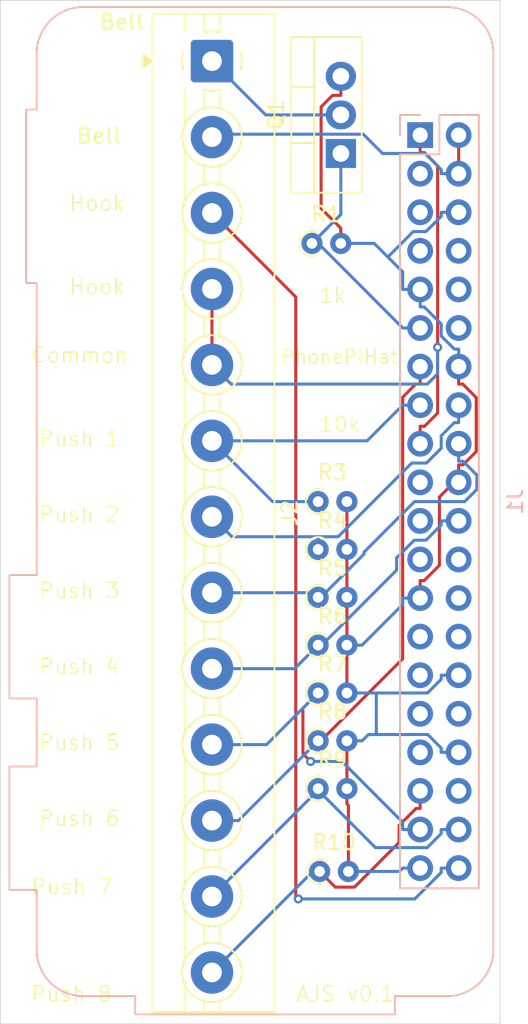
<source format=kicad_pcb>
(kicad_pcb (version 20240108) (generator "pcbnew") (generator_version "8.0")
  (layers (0 "F.Cu" signal) (31 "B.Cu" signal) (34 "B.Paste" user) (35 "F.Paste" user) (36 "B.SilkS" user "B.Silkscreen") (37 "F.SilkS" user "F.Silkscreen") (38 "B.Mask" user) (39 "F.Mask" user) (44 "Edge.Cuts" user))
  (net 0 "")
  (net 1 "Net-(J2-Pin_4)")
  (net 2 "Net-(J2-Pin_1)")
  (net 3 "Net-(J1-GPIO17{slash}SPI1_~{CE1})")
  (net 5 "Net-(J2-Pin_2)")
  (net 7 "Net-(J1-GPIO26{slash}SDIO_DAT2)")
  (net 9 "Net-(J1-GPIO25{slash}SDIO_DAT1)")
  (net 17 "Net-(J1-GPIO19{slash}SPI1_MISO{slash}PCM_FS)")
  (net 18 "Net-(J1-GPIO21{slash}SPI1_SCLK{slash}PCM_DOUT)")
  (net 21 "Net-(J1-GPIO22{slash}SDIO_CLK)")
  (net 23 "Net-(J1-GPIO24{slash}SDIO_DAT0)")
  (net 26 "Net-(J1-GPIO20{slash}SPI1_MOSI{slash}PCM_DIN{slash}PWM1)")
  (net 29 "Net-(J1-GPIO27{slash}SDIO_DAT3)")
  (net 30 "Net-(J1-GPIO23{slash}SDIO_CMD)")
  (net 32 "Net-(Q1-S)")
  (footprint "Resistor_THT:R_Axial_DIN0204_L3.6mm_D1.6mm_P1.90mm_Vertical" (layer "F.Cu") (at 38.095 56)
    (property "Reference" "R1" (at 0.95 -1.92 0) (layer "F.SilkS"))
    (property "Value" "R1k")
    (fp_arc (start 0.320095 0.749359) (mid -0.813042 -0.054435) (end 0.417133 -0.7) (stroke (width 0.12)) (layer "F.SilkS"))
    (pad "1" thru_hole circle (at 0 0) (size 1.4 1.4) (drill 0.7) (layers "*.Cu" "*.Mask") (net 3 "Net-(J1-GPIO17{slash}SPI1_~{CE1})"))
    (pad "2" thru_hole oval (at 1.9 0) (size 1.4 1.4) (drill 0.7) (layers "*.Cu" "*.Mask") (net 32 "Net-(Q1-S)"))
  )
  (footprint "Resistor_THT:R_Axial_DIN0204_L3.6mm_D1.6mm_P1.90mm_Vertical" (layer "F.Cu") (at 38.6 97.35)
    (property "Reference" "R10" (at 0.95 -1.92 0) (layer "F.SilkS"))
    (property "Value" "R10k")
    (fp_arc (start 0.320095 0.749359) (mid -0.813042 -0.054435) (end 0.417133 -0.7) (stroke (width 0.12)) (layer "F.SilkS"))
    (pad "1" thru_hole circle (at 0 0) (size 1.4 1.4) (drill 0.7) (layers "*.Cu" "*.Mask") (net 17 "Net-(J1-GPIO19{slash}SPI1_MISO{slash}PCM_FS)"))
    (pad "2" thru_hole oval (at 1.9 0) (size 1.4 1.4) (drill 0.7) (layers "*.Cu" "*.Mask") (net 32 "Net-(Q1-S)"))
  )
  (footprint "Package_TO_SOT_THT:TO-220-3_Vertical" (layer "F.Cu") (at 40 50.08 90)
    (property "Reference" "Q1" (at 2.54 -4.27 90) (layer "F.SilkS"))
    (property "Value" "IRF540N")
    (fp_line (start 7.66 -3.27) (end 7.66 1.371) (stroke (width 0.12)) (layer "F.SilkS"))
    (fp_line (start 4.391 -3.27) (end 4.391 -1.76) (stroke (width 0.12)) (layer "F.SilkS"))
    (fp_line (start 0.69 -3.27) (end 0.69 -1.76) (stroke (width 0.12)) (layer "F.SilkS"))
    (fp_line (start -2.58 -3.27) (end 7.66 -3.27) (stroke (width 0.12)) (layer "F.SilkS"))
    (fp_line (start -2.58 -3.27) (end -2.58 1.371) (stroke (width 0.12)) (layer "F.SilkS"))
    (fp_line (start -2.58 -1.76) (end 7.66 -1.76) (stroke (width 0.12)) (layer "F.SilkS"))
    (fp_line (start -2.58 1.371) (end 7.66 1.371) (stroke (width 0.12)) (layer "F.SilkS"))
    (pad "1" thru_hole rect (at 0 0 90) (size 1.905 2) (drill 1.1) (layers "*.Cu" "*.Mask") (net 3 "Net-(J1-GPIO17{slash}SPI1_~{CE1})"))
    (pad "2" thru_hole oval (at 2.54 0 90) (size 1.905 2) (drill 1.1) (layers "*.Cu" "*.Mask") (net 2 "Net-(J2-Pin_1)"))
    (pad "3" thru_hole oval (at 5.08 0 90) (size 1.905 2) (drill 1.1) (layers "*.Cu" "*.Mask") (net 32 "Net-(Q1-S)"))
  )
  (footprint "Resistor_THT:R_Axial_DIN0204_L3.6mm_D1.6mm_P1.90mm_Vertical" (layer "F.Cu") (at 38.5 73)
    (property "Reference" "R3" (at 0.95 -1.92 0) (layer "F.SilkS"))
    (property "Value" "R10k")
    (fp_arc (start 0.320095 0.749359) (mid -0.813042 -0.054435) (end 0.417133 -0.7) (stroke (width 0.12)) (layer "F.SilkS"))
    (pad "1" thru_hole circle (at 0 0) (size 1.4 1.4) (drill 0.7) (layers "*.Cu" "*.Mask") (net 21 "Net-(J1-GPIO22{slash}SDIO_CLK)"))
    (pad "2" thru_hole oval (at 1.9 0) (size 1.4 1.4) (drill 0.7) (layers "*.Cu" "*.Mask") (net 32 "Net-(Q1-S)"))
  )
  (footprint "Resistor_THT:R_Axial_DIN0204_L3.6mm_D1.6mm_P1.90mm_Vertical" (layer "F.Cu") (at 38.5 76.15)
    (property "Reference" "R4" (at 0.95 -1.92 0) (layer "F.SilkS"))
    (property "Value" "R10k")
    (fp_arc (start 0.320095 0.749359) (mid -0.813042 -0.054435) (end 0.417133 -0.7) (stroke (width 0.12)) (layer "F.SilkS"))
    (pad "1" thru_hole circle (at 0 0) (size 1.4 1.4) (drill 0.7) (layers "*.Cu" "*.Mask") (net 30 "Net-(J1-GPIO23{slash}SDIO_CMD)"))
    (pad "2" thru_hole oval (at 1.9 0) (size 1.4 1.4) (drill 0.7) (layers "*.Cu" "*.Mask") (net 32 "Net-(Q1-S)"))
  )
  (footprint "Resistor_THT:R_Axial_DIN0204_L3.6mm_D1.6mm_P1.90mm_Vertical" (layer "F.Cu") (at 38.5 82.45)
    (property "Reference" "R6" (at 0.95 -1.92 0) (layer "F.SilkS"))
    (property "Value" "R10k")
    (fp_arc (start 0.320095 0.749359) (mid -0.813042 -0.054435) (end 0.417133 -0.7) (stroke (width 0.12)) (layer "F.SilkS"))
    (pad "1" thru_hole circle (at 0 0) (size 1.4 1.4) (drill 0.7) (layers "*.Cu" "*.Mask") (net 9 "Net-(J1-GPIO25{slash}SDIO_DAT1)"))
    (pad "2" thru_hole oval (at 1.9 0) (size 1.4 1.4) (drill 0.7) (layers "*.Cu" "*.Mask") (net 32 "Net-(Q1-S)"))
  )
  (footprint "TerminalBlock:TerminalBlock_MaiXu_MX126-5.0-13P_1x13_P5.00mm" (layer "F.Cu") (at 31.5 44 -90)
    (property "Reference" "J2" (at 29.75 -5.12 90) (layer "F.SilkS"))
    (property "Value" "Screw_Terminal_01x13")
    (fp_line (start -3.12 3.92) (end -0.3 3.92) (stroke (width 0.12)) (layer "F.SilkS"))
    (fp_line (start 0.3 3.92) (end 62.62 3.92) (stroke (width 0.12)) (layer "F.SilkS"))
    (fp_line (start -3.12 1.8) (end -1.88 1.8) (stroke (width 0.12)) (layer "F.SilkS"))
    (fp_line (start 1.88 1.8) (end 4.457 1.8) (stroke (width 0.12)) (layer "F.SilkS"))
    (fp_line (start 5.543 1.8) (end 9.457 1.8) (stroke (width 0.12)) (layer "F.SilkS"))
    (fp_line (start 10.543 1.8) (end 14.457 1.8) (stroke (width 0.12)) (layer "F.SilkS"))
    (fp_line (start 15.543 1.8) (end 19.457 1.8) (stroke (width 0.12)) (layer "F.SilkS"))
    (fp_line (start 20.543 1.8) (end 24.457 1.8) (stroke (width 0.12)) (layer "F.SilkS"))
    (fp_line (start 25.543 1.8) (end 29.457 1.8) (stroke (width 0.12)) (layer "F.SilkS"))
    (fp_line (start 30.543 1.8) (end 34.457 1.8) (stroke (width 0.12)) (layer "F.SilkS"))
    (fp_line (start 35.543 1.8) (end 39.457 1.8) (stroke (width 0.12)) (layer "F.SilkS"))
    (fp_line (start 40.543 1.8) (end 44.457 1.8) (stroke (width 0.12)) (layer "F.SilkS"))
    (fp_line (start 45.543 1.8) (end 49.457 1.8) (stroke (width 0.12)) (layer "F.SilkS"))
    (fp_line (start 50.543 1.8) (end 54.457 1.8) (stroke (width 0.12)) (layer "F.SilkS"))
    (fp_line (start 55.543 1.8) (end 59.457 1.8) (stroke (width 0.12)) (layer "F.SilkS"))
    (fp_line (start 60.543 1.8) (end 62.62 1.8) (stroke (width 0.12)) (layer "F.SilkS"))
    (fp_line (start 3.795 1.443) (end 3.752 1.486) (stroke (width 0.12)) (layer "F.SilkS"))
    (fp_line (start 8.795 1.443) (end 8.752 1.486) (stroke (width 0.12)) (layer "F.SilkS"))
    (fp_line (start 13.795 1.443) (end 13.752 1.486) (stroke (width 0.12)) (layer "F.SilkS"))
    (fp_line (start 18.795 1.443) (end 18.752 1.486) (stroke (width 0.12)) (layer "F.SilkS"))
    (fp_line (start 23.795 1.443) (end 23.752 1.486) (stroke (width 0.12)) (layer "F.SilkS"))
    (fp_line (start 28.795 1.443) (end 28.752 1.486) (stroke (width 0.12)) (layer "F.SilkS"))
    (fp_line (start 33.795 1.443) (end 33.752 1.486) (stroke (width 0.12)) (layer "F.SilkS"))
    (fp_line (start 38.795 1.443) (end 38.752 1.486) (stroke (width 0.12)) (layer "F.SilkS"))
    (fp_line (start 43.795 1.443) (end 43.752 1.486) (stroke (width 0.12)) (layer "F.SilkS"))
    (fp_line (start 48.795 1.443) (end 48.752 1.486) (stroke (width 0.12)) (layer "F.SilkS"))
    (fp_line (start 53.795 1.443) (end 53.752 1.486) (stroke (width 0.12)) (layer "F.SilkS"))
    (fp_line (start 58.795 1.443) (end 58.752 1.486) (stroke (width 0.12)) (layer "F.SilkS"))
    (fp_line (start 3.556 1.204) (end 3.513 1.247) (stroke (width 0.12)) (layer "F.SilkS"))
    (fp_line (start 8.556 1.204) (end 8.513 1.247) (stroke (width 0.12)) (layer "F.SilkS"))
    (fp_line (start 13.556 1.204) (end 13.513 1.247) (stroke (width 0.12)) (layer "F.SilkS"))
    (fp_line (start 18.556 1.204) (end 18.513 1.247) (stroke (width 0.12)) (layer "F.SilkS"))
    (fp_line (start 23.556 1.204) (end 23.513 1.247) (stroke (width 0.12)) (layer "F.SilkS"))
    (fp_line (start 28.556 1.204) (end 28.513 1.247) (stroke (width 0.12)) (layer "F.SilkS"))
    (fp_line (start 33.556 1.204) (end 33.513 1.247) (stroke (width 0.12)) (layer "F.SilkS"))
    (fp_line (start 38.556 1.204) (end 38.513 1.247) (stroke (width 0.12)) (layer "F.SilkS"))
    (fp_line (start 43.556 1.204) (end 43.513 1.247) (stroke (width 0.12)) (layer "F.SilkS"))
    (fp_line (start 48.556 1.204) (end 48.513 1.247) (stroke (width 0.12)) (layer "F.SilkS"))
    (fp_line (start 53.556 1.204) (end 53.513 1.247) (stroke (width 0.12)) (layer "F.SilkS"))
    (fp_line (start 58.556 1.204) (end 58.513 1.247) (stroke (width 0.12)) (layer "F.SilkS"))
    (fp_line (start -3.12 0.5) (end -1.88 0.5) (stroke (width 0.12)) (layer "F.SilkS"))
    (fp_line (start 1.88 0.5) (end 3.188 0.5) (stroke (width 0.12)) (layer "F.SilkS"))
    (fp_line (start 6.812 0.5) (end 8.188 0.5) (stroke (width 0.12)) (layer "F.SilkS"))
    (fp_line (start 11.812 0.5) (end 13.188 0.5) (stroke (width 0.12)) (layer "F.SilkS"))
    (fp_line (start 16.812 0.5) (end 18.188 0.5) (stroke (width 0.12)) (layer "F.SilkS"))
    (fp_line (start 21.812 0.5) (end 23.188 0.5) (stroke (width 0.12)) (layer "F.SilkS"))
    (fp_line (start 26.812 0.5) (end 28.188 0.5) (stroke (width 0.12)) (layer "F.SilkS"))
    (fp_line (start 31.812 0.5) (end 33.188 0.5) (stroke (width 0.12)) (layer "F.SilkS"))
    (fp_line (start 36.812 0.5) (end 38.188 0.5) (stroke (width 0.12)) (layer "F.SilkS"))
    (fp_line (start 41.812 0.5) (end 43.188 0.5) (stroke (width 0.12)) (layer "F.SilkS"))
    (fp_line (start 46.812 0.5) (end 48.188 0.5) (stroke (width 0.12)) (layer "F.SilkS"))
    (fp_line (start 51.812 0.5) (end 53.188 0.5) (stroke (width 0.12)) (layer "F.SilkS"))
    (fp_line (start 56.812 0.5) (end 58.188 0.5) (stroke (width 0.12)) (layer "F.SilkS"))
    (fp_line (start 61.812 0.5) (end 62.62 0.5) (stroke (width 0.12)) (layer "F.SilkS"))
    (fp_line (start -3.12 -0.5) (end -1.88 -0.5) (stroke (width 0.12)) (layer "F.SilkS"))
    (fp_line (start 1.88 -0.5) (end 3.188 -0.5) (stroke (width 0.12)) (layer "F.SilkS"))
    (fp_line (start 6.812 -0.5) (end 8.188 -0.5) (stroke (width 0.12)) (layer "F.SilkS"))
    (fp_line (start 11.812 -0.5) (end 13.188 -0.5) (stroke (width 0.12)) (layer "F.SilkS"))
    (fp_line (start 16.812 -0.5) (end 18.188 -0.5) (stroke (width 0.12)) (layer "F.SilkS"))
    (fp_line (start 21.812 -0.5) (end 23.188 -0.5) (stroke (width 0.12)) (layer "F.SilkS"))
    (fp_line (start 26.812 -0.5) (end 28.188 -0.5) (stroke (width 0.12)) (layer "F.SilkS"))
    (fp_line (start 31.812 -0.5) (end 33.188 -0.5) (stroke (width 0.12)) (layer "F.SilkS"))
    (fp_line (start 36.812 -0.5) (end 38.188 -0.5) (stroke (width 0.12)) (layer "F.SilkS"))
    (fp_line (start 41.812 -0.5) (end 43.188 -0.5) (stroke (width 0.12)) (layer "F.SilkS"))
    (fp_line (start 46.812 -0.5) (end 48.188 -0.5) (stroke (width 0.12)) (layer "F.SilkS"))
    (fp_line (start 51.812 -0.5) (end 53.188 -0.5) (stroke (width 0.12)) (layer "F.SilkS"))
    (fp_line (start 56.812 -0.5) (end 58.188 -0.5) (stroke (width 0.12)) (layer "F.SilkS"))
    (fp_line (start 61.812 -0.5) (end 62.62 -0.5) (stroke (width 0.12)) (layer "F.SilkS"))
    (fp_line (start 6.487 -1.247) (end 6.444 -1.204) (stroke (width 0.12)) (layer "F.SilkS"))
    (fp_line (start 11.487 -1.247) (end 11.444 -1.204) (stroke (width 0.12)) (layer "F.SilkS"))
    (fp_line (start 16.487 -1.247) (end 16.444 -1.204) (stroke (width 0.12)) (layer "F.SilkS"))
    (fp_line (start 21.487 -1.247) (end 21.444 -1.204) (stroke (width 0.12)) (layer "F.SilkS"))
    (fp_line (start 26.487 -1.247) (end 26.444 -1.204) (stroke (width 0.12)) (layer "F.SilkS"))
    (fp_line (start 31.487 -1.247) (end 31.444 -1.204) (stroke (width 0.12)) (layer "F.SilkS"))
    (fp_line (start 36.487 -1.247) (end 36.444 -1.204) (stroke (width 0.12)) (layer "F.SilkS"))
    (fp_line (start 41.487 -1.247) (end 41.444 -1.204) (stroke (width 0.12)) (layer "F.SilkS"))
    (fp_line (start 46.487 -1.247) (end 46.444 -1.204) (stroke (width 0.12)) (layer "F.SilkS"))
    (fp_line (start 51.487 -1.247) (end 51.444 -1.204) (stroke (width 0.12)) (layer "F.SilkS"))
    (fp_line (start 56.487 -1.247) (end 56.444 -1.204) (stroke (width 0.12)) (layer "F.SilkS"))
    (fp_line (start 61.487 -1.247) (end 61.444 -1.204) (stroke (width 0.12)) (layer "F.SilkS"))
    (fp_line (start 6.247 -1.486) (end 6.204 -1.443) (stroke (width 0.12)) (layer "F.SilkS"))
    (fp_line (start 11.247 -1.486) (end 11.204 -1.443) (stroke (width 0.12)) (layer "F.SilkS"))
    (fp_line (start 16.247 -1.486) (end 16.204 -1.443) (stroke (width 0.12)) (layer "F.SilkS"))
    (fp_line (start 21.247 -1.486) (end 21.204 -1.443) (stroke (width 0.12)) (layer "F.SilkS"))
    (fp_line (start 26.247 -1.486) (end 26.204 -1.443) (stroke (width 0.12)) (layer "F.SilkS"))
    (fp_line (start 31.247 -1.486) (end 31.204 -1.443) (stroke (width 0.12)) (layer "F.SilkS"))
    (fp_line (start 36.247 -1.486) (end 36.204 -1.443) (stroke (width 0.12)) (layer "F.SilkS"))
    (fp_line (start 41.247 -1.486) (end 41.204 -1.443) (stroke (width 0.12)) (layer "F.SilkS"))
    (fp_line (start 46.247 -1.486) (end 46.204 -1.443) (stroke (width 0.12)) (layer "F.SilkS"))
    (fp_line (start 51.247 -1.486) (end 51.204 -1.443) (stroke (width 0.12)) (layer "F.SilkS"))
    (fp_line (start 56.247 -1.486) (end 56.204 -1.443) (stroke (width 0.12)) (layer "F.SilkS"))
    (fp_line (start 61.247 -1.486) (end 61.204 -1.443) (stroke (width 0.12)) (layer "F.SilkS"))
    (fp_line (start -3.12 -4.12) (end -3.12 3.92) (stroke (width 0.12)) (layer "F.SilkS"))
    (fp_line (start -3.12 -4.12) (end 62.62 -4.12) (stroke (width 0.12)) (layer "F.SilkS"))
    (fp_line (start 62.62 -4.12) (end 62.62 3.92) (stroke (width 0.12)) (layer "F.SilkS"))
    (fp_arc (start 0.554 1.88) (mid -0.000246 1.959928) (end -0.554472 1.879861) (stroke (width 0.12)) (layer "F.SilkS"))
    (fp_arc (start -1.88 0.554) (mid -1.959928 -0.000246) (end -1.879861 -0.554472) (stroke (width 0.12)) (layer "F.SilkS"))
    (fp_arc (start 1.88 -0.554) (mid 1.959928 0.000246) (end 1.879861 0.554472) (stroke (width 0.12)) (layer "F.SilkS"))
    (fp_arc (start -0.554 -1.88) (mid 0.000246 -1.959928) (end 0.554472 -1.879861) (stroke (width 0.12)) (layer "F.SilkS"))
    (fp_circle (center 5 0) (end 6.96 0) (stroke (width 0.12)) (fill none) (layer "F.SilkS"))
    (fp_circle (center 10 0) (end 11.96 0) (stroke (width 0.12)) (fill none) (layer "F.SilkS"))
    (fp_circle (center 15 0) (end 16.96 0) (stroke (width 0.12)) (fill none) (layer "F.SilkS"))
    (fp_circle (center 20 0) (end 21.96 0) (stroke (width 0.12)) (fill none) (layer "F.SilkS"))
    (fp_circle (center 25 0) (end 26.96 0) (stroke (width 0.12)) (fill none) (layer "F.SilkS"))
    (fp_circle (center 30 0) (end 31.96 0) (stroke (width 0.12)) (fill none) (layer "F.SilkS"))
    (fp_circle (center 35 0) (end 36.96 0) (stroke (width 0.12)) (fill none) (layer "F.SilkS"))
    (fp_circle (center 40 0) (end 41.96 0) (stroke (width 0.12)) (fill none) (layer "F.SilkS"))
    (fp_circle (center 45 0) (end 46.96 0) (stroke (width 0.12)) (fill none) (layer "F.SilkS"))
    (fp_circle (center 50 0) (end 51.96 0) (stroke (width 0.12)) (fill none) (layer "F.SilkS"))
    (fp_circle (center 55 0) (end 56.96 0) (stroke (width 0.12)) (fill none) (layer "F.SilkS"))
    (fp_circle (center 60 0) (end 61.96 0) (stroke (width 0.12)) (fill none) (layer "F.SilkS"))
    (fp_poly (pts (xy 0 3.92) (xy 0.44 4.53) (xy -0.44 4.53) (xy 0 3.92)) (stroke (width 0.12)) (fill solid) (layer "F.SilkS"))
    (pad "1" thru_hole roundrect (at 0 0 270) (size 2.8 2.8) (drill 1.3) (layers "*.Cu" "*.Mask") (roundrect_rratio 0.089286) (net 2 "Net-(J2-Pin_1)"))
    (pad "2" thru_hole circle (at 5 0 270) (size 2.8 2.8) (drill 1.3) (layers "*.Cu" "*.Mask") (net 5 "Net-(J2-Pin_2)"))
    (pad "3" thru_hole circle (at 10 0 270) (size 2.8 2.8) (drill 1.3) (layers "*.Cu" "*.Mask") (net 18 "Net-(J1-GPIO21{slash}SPI1_SCLK{slash}PCM_DOUT)"))
    (pad "4" thru_hole circle (at 15 0 270) (size 2.8 2.8) (drill 1.3) (layers "*.Cu" "*.Mask") (net 1 "Net-(J2-Pin_4)"))
    (pad "5" thru_hole circle (at 20 0 270) (size 2.8 2.8) (drill 1.3) (layers "*.Cu" "*.Mask") (net 1 "Net-(J2-Pin_4)"))
    (pad "6" thru_hole circle (at 25 0 270) (size 2.8 2.8) (drill 1.3) (layers "*.Cu" "*.Mask") (net 21 "Net-(J1-GPIO22{slash}SDIO_CLK)"))
    (pad "7" thru_hole circle (at 30 0 270) (size 2.8 2.8) (drill 1.3) (layers "*.Cu" "*.Mask") (net 30 "Net-(J1-GPIO23{slash}SDIO_CMD)"))
    (pad "8" thru_hole circle (at 35 0 270) (size 2.8 2.8) (drill 1.3) (layers "*.Cu" "*.Mask") (net 23 "Net-(J1-GPIO24{slash}SDIO_DAT0)"))
    (pad "9" thru_hole circle (at 40 0 270) (size 2.8 2.8) (drill 1.3) (layers "*.Cu" "*.Mask") (net 9 "Net-(J1-GPIO25{slash}SDIO_DAT1)"))
    (pad "10" thru_hole circle (at 45 0 270) (size 2.8 2.8) (drill 1.3) (layers "*.Cu" "*.Mask") (net 7 "Net-(J1-GPIO26{slash}SDIO_DAT2)"))
    (pad "11" thru_hole circle (at 50 0 270) (size 2.8 2.8) (drill 1.3) (layers "*.Cu" "*.Mask") (net 29 "Net-(J1-GPIO27{slash}SDIO_DAT3)"))
    (pad "12" thru_hole circle (at 55 0 270) (size 2.8 2.8) (drill 1.3) (layers "*.Cu" "*.Mask") (net 26 "Net-(J1-GPIO20{slash}SPI1_MOSI{slash}PCM_DIN{slash}PWM1)"))
    (pad "13" thru_hole circle (at 60 0 270) (size 2.8 2.8) (drill 1.3) (layers "*.Cu" "*.Mask") (net 17 "Net-(J1-GPIO19{slash}SPI1_MISO{slash}PCM_FS)"))
  )
  (footprint "Resistor_THT:R_Axial_DIN0204_L3.6mm_D1.6mm_P1.90mm_Vertical" (layer "F.Cu") (at 38.5 79.3)
    (property "Reference" "R5" (at 0.95 -1.92 0) (layer "F.SilkS"))
    (property "Value" "R10k")
    (fp_arc (start 0.320095 0.749359) (mid -0.813042 -0.054435) (end 0.417133 -0.7) (stroke (width 0.12)) (layer "F.SilkS"))
    (pad "1" thru_hole circle (at 0 0) (size 1.4 1.4) (drill 0.7) (layers "*.Cu" "*.Mask") (net 23 "Net-(J1-GPIO24{slash}SDIO_DAT0)"))
    (pad "2" thru_hole oval (at 1.9 0) (size 1.4 1.4) (drill 0.7) (layers "*.Cu" "*.Mask") (net 32 "Net-(Q1-S)"))
  )
  (footprint "Resistor_THT:R_Axial_DIN0204_L3.6mm_D1.6mm_P1.90mm_Vertical" (layer "F.Cu") (at 38.5 91.9)
    (property "Reference" "R9" (at 0.95 -1.92 0) (layer "F.SilkS"))
    (property "Value" "R10k")
    (fp_arc (start 0.320095 0.749359) (mid -0.813042 -0.054435) (end 0.417133 -0.7) (stroke (width 0.12)) (layer "F.SilkS"))
    (pad "1" thru_hole circle (at 0 0) (size 1.4 1.4) (drill 0.7) (layers "*.Cu" "*.Mask") (net 26 "Net-(J1-GPIO20{slash}SPI1_MOSI{slash}PCM_DIN{slash}PWM1)"))
    (pad "2" thru_hole oval (at 1.9 0) (size 1.4 1.4) (drill 0.7) (layers "*.Cu" "*.Mask") (net 32 "Net-(Q1-S)"))
  )
  (footprint "Resistor_THT:R_Axial_DIN0204_L3.6mm_D1.6mm_P1.90mm_Vertical" (layer "F.Cu") (at 38.5 85.6)
    (property "Reference" "R7" (at 0.95 -1.92 0) (layer "F.SilkS"))
    (property "Value" "R10k")
    (fp_arc (start 0.320095 0.749359) (mid -0.813042 -0.054435) (end 0.417133 -0.7) (stroke (width 0.12)) (layer "F.SilkS"))
    (pad "1" thru_hole circle (at 0 0) (size 1.4 1.4) (drill 0.7) (layers "*.Cu" "*.Mask") (net 7 "Net-(J1-GPIO26{slash}SDIO_DAT2)"))
    (pad "2" thru_hole oval (at 1.9 0) (size 1.4 1.4) (drill 0.7) (layers "*.Cu" "*.Mask") (net 32 "Net-(Q1-S)"))
  )
  (footprint "Resistor_THT:R_Axial_DIN0204_L3.6mm_D1.6mm_P1.90mm_Vertical" (layer "F.Cu") (at 38.5 88.75)
    (property "Reference" "R8" (at 0.95 -1.92 0) (layer "F.SilkS"))
    (property "Value" "R10k")
    (fp_arc (start 0.320095 0.749359) (mid -0.813042 -0.054435) (end 0.417133 -0.7) (stroke (width 0.12)) (layer "F.SilkS"))
    (pad "1" thru_hole circle (at 0 0) (size 1.4 1.4) (drill 0.7) (layers "*.Cu" "*.Mask") (net 29 "Net-(J1-GPIO27{slash}SDIO_DAT3)"))
    (pad "2" thru_hole oval (at 1.9 0) (size 1.4 1.4) (drill 0.7) (layers "*.Cu" "*.Mask") (net 32 "Net-(Q1-S)"))
  )
  (footprint "Module:Raspberry_Pi_Zero_Socketed_THT_FaceDown_MountingHoles" (layer "B.Cu") (at 45.23 48.87 180)
    (property "Reference" "J1" (at -6.27 -24.13 90) (layer "B.SilkS") (effects (justify mirror)))
    (property "Value" "Raspberry_Pi_4")
    (fp_line (start 27.09 -28.97) (end 27.09 -37.09) (stroke (width 0.12)) (layer "B.SilkS"))
    (fp_line (start 27.09 -37.09) (end 25.29 -37.09) (stroke (width 0.12)) (layer "B.SilkS"))
    (fp_line (start 27.09 -41.57) (end 27.09 -49.69) (stroke (width 0.12)) (layer "B.SilkS"))
    (fp_line (start 27.09 -49.69) (end 25.29 -49.69) (stroke (width 0.12)) (layer "B.SilkS"))
    (fp_line (start 25.99 1.68) (end 25.99 -9.74) (stroke (width 0.12)) (layer "B.SilkS"))
    (fp_line (start 25.99 -9.74) (end 25.29 -9.74) (stroke (width 0.12)) (layer "B.SilkS"))
    (fp_line (start 25.29 5.37) (end 25.29 1.68) (stroke (width 0.12)) (layer "B.SilkS"))
    (fp_line (start 25.29 1.68) (end 25.99 1.68) (stroke (width 0.12)) (layer "B.SilkS"))
    (fp_line (start 25.29 -9.74) (end 25.29 -28.97) (stroke (width 0.12)) (layer "B.SilkS"))
    (fp_line (start 25.29 -28.97) (end 27.09 -28.97) (stroke (width 0.12)) (layer "B.SilkS"))
    (fp_line (start 25.29 -37.09) (end 25.29 -41.57) (stroke (width 0.12)) (layer "B.SilkS"))
    (fp_line (start 25.29 -41.57) (end 27.09 -41.57) (stroke (width 0.12)) (layer "B.SilkS"))
    (fp_line (start 25.29 -49.69) (end 25.29 -53.63) (stroke (width 0.12)) (layer "B.SilkS"))
    (fp_line (start 22.23 8.43) (end -1.77 8.43) (stroke (width 0.12)) (layer "B.SilkS"))
    (fp_line (start 22.23 -56.69) (end 18.79 -56.69) (stroke (width 0.12)) (layer "B.SilkS"))
    (fp_line (start 18.79 -56.69) (end 18.79 -57.89) (stroke (width 0.12)) (layer "B.SilkS"))
    (fp_line (start 18.79 -57.89) (end 1.67 -57.89) (stroke (width 0.12)) (layer "B.SilkS"))
    (fp_line (start 1.67 -57.89) (end 1.67 -56.69) (stroke (width 0.12)) (layer "B.SilkS"))
    (fp_line (start 1.33 1.33) (end 0 1.33) (stroke (width 0.12)) (layer "B.SilkS"))
    (fp_line (start 1.33 0) (end 1.33 1.33) (stroke (width 0.12)) (layer "B.SilkS"))
    (fp_line (start 1.33 -1.27) (end -1.27 -1.27) (stroke (width 0.12)) (layer "B.SilkS"))
    (fp_line (start 1.33 -49.59) (end 1.33 -1.27) (stroke (width 0.12)) (layer "B.SilkS"))
    (fp_line (start 1.33 -49.59) (end -3.87 -49.59) (stroke (width 0.12)) (layer "B.SilkS"))
    (fp_line (start -1.27 1.33) (end -3.87 1.33) (stroke (width 0.12)) (layer "B.SilkS"))
    (fp_line (start -1.27 -1.27) (end -1.27 1.33) (stroke (width 0.12)) (layer "B.SilkS"))
    (fp_line (start -1.77 -56.69) (end 1.67 -56.69) (stroke (width 0.12)) (layer "B.SilkS"))
    (fp_line (start -3.87 -49.59) (end -3.87 1.33) (stroke (width 0.12)) (layer "B.SilkS"))
    (fp_line (start -4.83 5.37) (end -4.83 -53.63) (stroke (width 0.12)) (layer "B.SilkS"))
    (fp_arc (start 25.29 5.37) (mid 24.393747 7.533747) (end 22.23 8.43) (stroke (width 0.12)) (layer "B.SilkS"))
    (fp_arc (start 22.23 -56.69) (mid 24.393747 -55.793747) (end 25.29 -53.63) (stroke (width 0.12)) (layer "B.SilkS"))
    (fp_arc (start -1.77 8.43) (mid -3.933747 7.533747) (end -4.83 5.37) (stroke (width 0.12)) (layer "B.SilkS"))
    (fp_arc (start -4.83 -53.63) (mid -3.933747 -55.793747) (end -1.77 -56.69) (stroke (width 0.12)) (layer "B.SilkS"))
    (pad "" np_thru_hole circle (at -1.27 -53.13 90) (size 2.75 2.75) (drill 2.75) (layers "*.Cu" "*.Mask"))
    (pad "" np_thru_hole circle (at -1.27 4.87 90) (size 2.75 2.75) (drill 2.75) (layers "*.Cu" "*.Mask"))
    (pad "" np_thru_hole circle (at 21.73 -53.13 90) (size 2.75 2.75) (drill 2.75) (layers "*.Cu" "*.Mask"))
    (pad "" np_thru_hole circle (at 21.73 4.87 90) (size 2.75 2.75) (drill 2.75) (layers "*.Cu" "*.Mask"))
    (pad "1" thru_hole rect (at 0 0 180) (size 1.7 1.7) (drill 1) (layers "*.Cu" "*.Mask") (net 1 "Net-(J2-Pin_4)"))
    (pad "2" thru_hole oval (at -2.54 0 180) (size 1.7 1.7) (drill 1) (layers "*.Cu" "*.Mask") (net 5 "Net-(J2-Pin_2)"))
    (pad "3" thru_hole oval (at 0 -2.54 180) (size 1.7 1.7) (drill 1) (layers "*.Cu" "*.Mask"))
    (pad "4" thru_hole oval (at -2.54 -2.54 180) (size 1.7 1.7) (drill 1) (layers "*.Cu" "*.Mask") (net 5 "Net-(J2-Pin_2)"))
    (pad "5" thru_hole oval (at 0 -5.08 180) (size 1.7 1.7) (drill 1) (layers "*.Cu" "*.Mask"))
    (pad "6" thru_hole oval (at -2.54 -5.08 180) (size 1.7 1.7) (drill 1) (layers "*.Cu" "*.Mask") (net 32 "Net-(Q1-S)"))
    (pad "7" thru_hole oval (at 0 -7.62 180) (size 1.7 1.7) (drill 1) (layers "*.Cu" "*.Mask"))
    (pad "8" thru_hole oval (at -2.54 -7.62 180) (size 1.7 1.7) (drill 1) (layers "*.Cu" "*.Mask"))
    (pad "9" thru_hole oval (at 0 -10.16 180) (size 1.7 1.7) (drill 1) (layers "*.Cu" "*.Mask") (net 32 "Net-(Q1-S)"))
    (pad "10" thru_hole oval (at -2.54 -10.16 180) (size 1.7 1.7) (drill 1) (layers "*.Cu" "*.Mask"))
    (pad "11" thru_hole oval (at 0 -12.7 180) (size 1.7 1.7) (drill 1) (layers "*.Cu" "*.Mask") (net 3 "Net-(J1-GPIO17{slash}SPI1_~{CE1})"))
    (pad "12" thru_hole oval (at -2.54 -12.7 180) (size 1.7 1.7) (drill 1) (layers "*.Cu" "*.Mask"))
    (pad "13" thru_hole oval (at 0 -15.24 180) (size 1.7 1.7) (drill 1) (layers "*.Cu" "*.Mask") (net 29 "Net-(J1-GPIO27{slash}SDIO_DAT3)"))
    (pad "14" thru_hole oval (at -2.54 -15.24 180) (size 1.7 1.7) (drill 1) (layers "*.Cu" "*.Mask") (net 32 "Net-(Q1-S)"))
    (pad "15" thru_hole oval (at 0 -17.78 180) (size 1.7 1.7) (drill 1) (layers "*.Cu" "*.Mask") (net 21 "Net-(J1-GPIO22{slash}SDIO_CLK)"))
    (pad "16" thru_hole oval (at -2.54 -17.78 180) (size 1.7 1.7) (drill 1) (layers "*.Cu" "*.Mask") (net 30 "Net-(J1-GPIO23{slash}SDIO_CMD)"))
    (pad "17" thru_hole oval (at 0 -20.32 180) (size 1.7 1.7) (drill 1) (layers "*.Cu" "*.Mask") (net 1 "Net-(J2-Pin_4)"))
    (pad "18" thru_hole oval (at -2.54 -20.32 180) (size 1.7 1.7) (drill 1) (layers "*.Cu" "*.Mask") (net 23 "Net-(J1-GPIO24{slash}SDIO_DAT0)"))
    (pad "19" thru_hole oval (at 0 -22.86 180) (size 1.7 1.7) (drill 1) (layers "*.Cu" "*.Mask"))
    (pad "20" thru_hole oval (at -2.54 -22.86 180) (size 1.7 1.7) (drill 1) (layers "*.Cu" "*.Mask") (net 32 "Net-(Q1-S)"))
    (pad "21" thru_hole oval (at 0 -25.4 180) (size 1.7 1.7) (drill 1) (layers "*.Cu" "*.Mask"))
    (pad "22" thru_hole oval (at -2.54 -25.4 180) (size 1.7 1.7) (drill 1) (layers "*.Cu" "*.Mask") (net 9 "Net-(J1-GPIO25{slash}SDIO_DAT1)"))
    (pad "23" thru_hole oval (at 0 -27.94 180) (size 1.7 1.7) (drill 1) (layers "*.Cu" "*.Mask"))
    (pad "24" thru_hole oval (at -2.54 -27.94 180) (size 1.7 1.7) (drill 1) (layers "*.Cu" "*.Mask"))
    (pad "25" thru_hole oval (at 0 -30.48 180) (size 1.7 1.7) (drill 1) (layers "*.Cu" "*.Mask") (net 32 "Net-(Q1-S)"))
    (pad "26" thru_hole oval (at -2.54 -30.48 180) (size 1.7 1.7) (drill 1) (layers "*.Cu" "*.Mask"))
    (pad "27" thru_hole oval (at 0 -33.02 180) (size 1.7 1.7) (drill 1) (layers "*.Cu" "*.Mask"))
    (pad "28" thru_hole oval (at -2.54 -33.02 180) (size 1.7 1.7) (drill 1) (layers "*.Cu" "*.Mask"))
    (pad "29" thru_hole oval (at 0 -35.56 180) (size 1.7 1.7) (drill 1) (layers "*.Cu" "*.Mask"))
    (pad "30" thru_hole oval (at -2.54 -35.56 180) (size 1.7 1.7) (drill 1) (layers "*.Cu" "*.Mask") (net 32 "Net-(Q1-S)"))
    (pad "31" thru_hole oval (at 0 -38.1 180) (size 1.7 1.7) (drill 1) (layers "*.Cu" "*.Mask"))
    (pad "32" thru_hole oval (at -2.54 -38.1 180) (size 1.7 1.7) (drill 1) (layers "*.Cu" "*.Mask"))
    (pad "33" thru_hole oval (at 0 -40.64 180) (size 1.7 1.7) (drill 1) (layers "*.Cu" "*.Mask"))
    (pad "34" thru_hole oval (at -2.54 -40.64 180) (size 1.7 1.7) (drill 1) (layers "*.Cu" "*.Mask") (net 32 "Net-(Q1-S)"))
    (pad "35" thru_hole oval (at 0 -43.18 180) (size 1.7 1.7) (drill 1) (layers "*.Cu" "*.Mask") (net 17 "Net-(J1-GPIO19{slash}SPI1_MISO{slash}PCM_FS)"))
    (pad "36" thru_hole oval (at -2.54 -43.18 180) (size 1.7 1.7) (drill 1) (layers "*.Cu" "*.Mask"))
    (pad "37" thru_hole oval (at 0 -45.72 180) (size 1.7 1.7) (drill 1) (layers "*.Cu" "*.Mask") (net 7 "Net-(J1-GPIO26{slash}SDIO_DAT2)"))
    (pad "38" thru_hole oval (at -2.54 -45.72 180) (size 1.7 1.7) (drill 1) (layers "*.Cu" "*.Mask") (net 26 "Net-(J1-GPIO20{slash}SPI1_MOSI{slash}PCM_DIN{slash}PWM1)"))
    (pad "39" thru_hole oval (at 0 -48.26 180) (size 1.7 1.7) (drill 1) (layers "*.Cu" "*.Mask") (net 32 "Net-(Q1-S)"))
    (pad "40" thru_hole oval (at -2.54 -48.26 180) (size 1.7 1.7) (drill 1) (layers "*.Cu" "*.Mask") (net 18 "Net-(J1-GPIO21{slash}SPI1_SCLK{slash}PCM_DOUT)"))
  )
  (gr_rect (start 17.545 40) (end 50.5 107.38) (stroke (width 0.05)) (fill none) (layer "Edge.Cuts"))
  (gr_text "Push 2" (at 20.02 74.44 0) (layer "F.SilkS") (effects (font (size 1 1) (thickness 0.1)) (justify left bottom)))
  (gr_text "1k" (at 38.5 60 0) (layer "F.SilkS") (effects (font (size 1 1) (thickness 0.1)) (justify left bottom)))
  (gr_text "Push 7" (at 19.52 98.94 0) (layer "F.SilkS") (effects (font (size 1 1) (thickness 0.1)) (justify left bottom)))
  (gr_text "Push 8" (at 19.5 106 0) (layer "F.SilkS") (effects (font (size 1 1) (thickness 0.1)) (justify left bottom)))
  (gr_text "Push 5" (at 20.02 89.44 0) (layer "F.SilkS") (effects (font (size 1 1) (thickness 0.1)) (justify left bottom)))
  (gr_text "Hook" (at 22.02 53.94 0) (layer "F.SilkS") (effects (font (size 1 1) (thickness 0.1)) (justify left bottom)))
  (gr_text "Hook" (at 22.02 59.44 0) (layer "F.SilkS") (effects (font (size 1 1) (thickness 0.1)) (justify left bottom)))
  (gr_text "Bell" (at 24 42 0) (layer "F.SilkS") (effects (font (size 1 1)) (justify left bottom)))
  (gr_text "AJS v0.1" (at 37 106 0) (layer "F.SilkS") (effects (font (size 1 1) (thickness 0.1)) (justify left bottom)))
  (gr_text "10k" (at 38.5 68.5 0) (layer "F.SilkS") (effects (font (size 1 1) (thickness 0.1)) (justify left bottom)))
  (gr_text "PhonePiHat" (at 36 64 0) (layer "F.SilkS") (effects (font (size 0.9 0.9) (thickness 0.1)) (justify left bottom)))
  (gr_text "Common" (at 19.52 63.94 0) (layer "F.SilkS") (effects (font (size 1 1) (thickness 0.1)) (justify left bottom)))
  (gr_text "Push 3" (at 20.02 79.44 0) (layer "F.SilkS") (effects (font (size 1 1) (thickness 0.1)) (justify left bottom)))
  (gr_text "Push 1" (at 20.02 69.44 0) (layer "F.SilkS") (effects (font (size 1 1) (thickness 0.1)) (justify left bottom)))
  (gr_text "Push 6" (at 20.02 94.44 0) (layer "F.SilkS") (effects (font (size 1 1) (thickness 0.1)) (justify left bottom)))
  (gr_text "Push 4" (at 20.02 84.44 0) (layer "F.SilkS") (effects (font (size 1 1) (thickness 0.1)) (justify left bottom)))
  (gr_text "Bell" (at 22.5 49.5 0) (layer "F.SilkS") (effects (font (size 1 1)) (justify left bottom)))
  (segment (start 46.3817 62.84) (end 46.3817 50.8854) (width 0.2) (layer "F.Cu") (net 1))
  (segment (start 45.23 69.19) (end 45.23 68.0383) (width 0.2) (layer "F.Cu") (net 1))
  (segment (start 46.3817 67.1745) (end 46.3817 62.84) (width 0.2) (layer "F.Cu") (net 1))
  (segment (start 45.23 68.0383) (end 45.5179 68.0383) (width 0.2) (layer "F.Cu") (net 1))
  (segment (start 45.23 48.87) (end 45.23 50.0217) (width 0.2) (layer "F.Cu") (net 1))
  (segment (start 45.5179 68.0383) (end 46.3817 67.1745) (width 0.2) (layer "F.Cu") (net 1))
  (segment (start 45.518 50.0217) (end 45.23 50.0217) (width 0.2) (layer "F.Cu") (net 1))
  (segment (start 31.5 59) (end 31.5 64) (width 0.2) (layer "F.Cu") (net 1))
  (segment (start 46.3817 50.8854) (end 45.518 50.0217) (width 0.2) (layer "F.Cu") (net 1))
  (via (at 46.3817 62.84) (size 0.6) (drill 0.3) (layers "F.Cu" "B.Cu") (net 1))
  (segment (start 32.7617 65.2617) (end 45.7071 65.2617) (width 0.2) (layer "B.Cu") (net 1))
  (segment (start 45.7071 65.2617) (end 46.3817 64.5871) (width 0.2) (layer "B.Cu") (net 1))
  (segment (start 46.3817 64.5871) (end 46.3817 62.84) (width 0.2) (layer "B.Cu") (net 1))
  (segment (start 31.5 64) (end 32.7617 65.2617) (width 0.2) (layer "B.Cu") (net 1))
  (segment (start 31.5 44) (end 35.04 47.54) (width 0.2) (layer "B.Cu") (net 2))
  (segment (start 35.04 47.54) (end 40 47.54) (width 0.2) (layer "B.Cu") (net 2))
  (segment (start 40 50.08) (end 40 54.095) (width 0.2) (layer "B.Cu") (net 3))
  (segment (start 40 54.095) (end 38.3017 55.7933) (width 0.2) (layer "B.Cu") (net 3))
  (segment (start 45.23 61.57) (end 44.0783 61.57) (width 0.2) (layer "B.Cu") (net 3))
  (segment (start 38.3017 55.7933) (end 38.095 56) (width 0.2) (layer "B.Cu") (net 3))
  (segment (start 38.3017 55.7933) (end 44.0783 61.57) (width 0.2) (layer "B.Cu") (net 3))
  (segment (start 47.77 51.41) (end 47.77 48.87) (width 0.2) (layer "F.Cu") (net 5))
  (segment (start 45.5568 50.08) (end 46.6183 51.1415) (width 0.2) (layer "B.Cu") (net 5))
  (segment (start 31.69 48.81) (end 41.4798 48.81) (width 0.2) (layer "B.Cu") (net 5))
  (segment (start 42.7498 50.08) (end 45.5568 50.08) (width 0.2) (layer "B.Cu") (net 5))
  (segment (start 47.77 51.41) (end 46.6183 51.41) (width 0.2) (layer "B.Cu") (net 5))
  (segment (start 46.6183 51.1415) (end 46.6183 51.41) (width 0.2) (layer "B.Cu") (net 5))
  (segment (start 31.5 49) (end 31.69 48.81) (width 0.2) (layer "B.Cu") (net 5))
  (segment (start 41.4798 48.81) (end 42.7498 50.08) (width 0.2) (layer "B.Cu") (net 5))
  (segment (start 38.5 85.6) (end 37.4979 86.6021) (width 0.2) (layer "F.Cu") (net 7))
  (segment (start 37.4979 86.6021) (end 37.4979 89.6019) (width 0.2) (layer "F.Cu") (net 7))
  (segment (start 37.4979 89.6019) (end 38.0058 90.1098) (width 0.2) (layer "F.Cu") (net 7))
  (via (at 38.0058 90.1098) (size 0.6) (drill 0.3) (layers "F.Cu" "B.Cu") (net 7))
  (segment (start 40.0754 90.1098) (end 38.0058 90.1098) (width 0.2) (layer "B.Cu") (net 7))
  (segment (start 31.5 89) (end 35.1 89) (width 0.2) (layer "B.Cu") (net 7))
  (segment (start 35.1 89) (end 38.5 85.6) (width 0.2) (layer "B.Cu") (net 7))
  (segment (start 45.23 94.59) (end 44.0783 94.59) (width 0.2) (layer "B.Cu") (net 7))
  (segment (start 44.0783 94.1127) (end 40.0754 90.1098) (width 0.2) (layer "B.Cu") (net 7))
  (segment (start 44.0783 94.59) (end 44.0783 94.1127) (width 0.2) (layer "B.Cu") (net 7))
  (segment (start 36.95 84) (end 38.5 82.45) (width 0.2) (layer "B.Cu") (net 9))
  (segment (start 44.8426 75.54) (end 45.6168 75.54) (width 0.2) (layer "B.Cu") (net 9))
  (segment (start 38.5 82.45) (end 38.7399 82.45) (width 0.2) (layer "B.Cu") (net 9))
  (segment (start 31.5 84) (end 36.95 84) (width 0.2) (layer "B.Cu") (net 9))
  (segment (start 43.6746 77.5153) (end 43.6746 76.708) (width 0.2) (layer "B.Cu") (net 9))
  (segment (start 47.77 74.27) (end 46.6183 74.27) (width 0.2) (layer "B.Cu") (net 9))
  (segment (start 38.7399 82.45) (end 43.6746 77.5153) (width 0.2) (layer "B.Cu") (net 9))
  (segment (start 45.6168 75.54) (end 46.6183 74.5385) (width 0.2) (layer "B.Cu") (net 9))
  (segment (start 46.6183 74.5385) (end 46.6183 74.27) (width 0.2) (layer "B.Cu") (net 9))
  (segment (start 43.6746 76.708) (end 44.8426 75.54) (width 0.2) (layer "B.Cu") (net 9))
  (segment (start 40.8987 98.382) (end 43.8402 95.4405) (width 0.2) (layer "F.Cu") (net 17))
  (segment (start 43.8402 94.323) (end 44.9615 93.2017) (width 0.2) (layer "F.Cu") (net 17))
  (segment (start 45.23 92.05) (end 45.23 93.2017) (width 0.2) (layer "F.Cu") (net 17))
  (segment (start 44.9615 93.2017) (end 45.23 93.2017) (width 0.2) (layer "F.Cu") (net 17))
  (segment (start 39.632 98.382) (end 40.8987 98.382) (width 0.2) (layer "F.Cu") (net 17))
  (segment (start 38.6 97.35) (end 39.632 98.382) (width 0.2) (layer "F.Cu") (net 17))
  (segment (start 43.8402 95.4405) (end 43.8402 94.323) (width 0.2) (layer "F.Cu") (net 17))
  (segment (start 31.5 104) (end 38.15 97.35) (width 0.2) (layer "B.Cu") (net 17))
  (segment (start 38.15 97.35) (end 38.6 97.35) (width 0.2) (layer "B.Cu") (net 17))
  (segment (start 37.0269 59.5269) (end 37.0269 98.9936) (width 0.2) (layer "F.Cu") (net 18))
  (segment (start 37.0269 98.9936) (end 37.1933 99.16) (width 0.2) (layer "F.Cu") (net 18))
  (segment (start 31.5 54) (end 37.0269 59.5269) (width 0.2) (layer "F.Cu") (net 18))
  (via (at 37.1933 99.16) (size 0.6) (drill 0.3) (layers "F.Cu" "B.Cu") (net 18))
  (segment (start 47.77 97.13) (end 46.6183 97.13) (width 0.2) (layer "B.Cu") (net 18))
  (segment (start 46.6183 97.4179) (end 44.8762 99.16) (width 0.2) (layer "B.Cu") (net 18))
  (segment (start 46.6183 97.13) (end 46.6183 97.4179) (width 0.2) (layer "B.Cu") (net 18))
  (segment (start 44.8762 99.16) (end 37.1933 99.16) (width 0.2) (layer "B.Cu") (net 18))
  (segment (start 45.23 66.65) (end 44.0783 66.65) (width 0.2) (layer "B.Cu") (net 21))
  (segment (start 35.5 73) (end 31.5 69) (width 0.2) (layer "B.Cu") (net 21))
  (segment (start 38.5 73) (end 35.5 73) (width 0.2) (layer "B.Cu") (net 21))
  (segment (start 31.5 69) (end 41.7283 69) (width 0.2) (layer "B.Cu") (net 21))
  (segment (start 41.7283 69) (end 44.0783 66.65) (width 0.2) (layer "B.Cu") (net 21))
  (segment (start 38.5 79) (end 38.5 79.3) (width 0.2) (layer "B.Cu") (net 23))
  (segment (start 48.1693 73) (end 44.8576 73) (width 0.2) (layer "B.Cu") (net 23))
  (segment (start 38.9835 79) (end 38.5 79) (width 0.2) (layer "B.Cu") (net 23))
  (segment (start 41.5282 76.4553) (end 38.9835 79) (width 0.2) (layer "B.Cu") (net 23))
  (segment (start 48.9701 71.2539) (end 48.9701 72.1992) (width 0.2) (layer "B.Cu") (net 23))
  (segment (start 48.0579 70.3417) (end 48.9701 71.2539) (width 0.2) (layer "B.Cu") (net 23))
  (segment (start 47.77 70.3417) (end 48.0579 70.3417) (width 0.2) (layer "B.Cu") (net 23))
  (segment (start 47.77 69.19) (end 47.77 70.3417) (width 0.2) (layer "B.Cu") (net 23))
  (segment (start 38.5 79) (end 31.5 79) (width 0.2) (layer "B.Cu") (net 23))
  (segment (start 48.9701 72.1992) (end 48.1693 73) (width 0.2) (layer "B.Cu") (net 23))
  (segment (start 44.8576 73) (end 41.5282 76.3294) (width 0.2) (layer "B.Cu") (net 23))
  (segment (start 41.5282 76.3294) (end 41.5282 76.4553) (width 0.2) (layer "B.Cu") (net 23))
  (segment (start 38.5 92) (end 31.5 99) (width 0.2) (layer "B.Cu") (net 26))
  (segment (start 45.6962 95.7806) (end 46.6183 94.8585) (width 0.2) (layer "B.Cu") (net 26))
  (segment (start 42.2806 95.7806) (end 45.6962 95.7806) (width 0.2) (layer "B.Cu") (net 26))
  (segment (start 38.5 91.9) (end 38.5 92) (width 0.2) (layer "B.Cu") (net 26))
  (segment (start 46.6183 94.8585) (end 46.6183 94.59) (width 0.2) (layer "B.Cu") (net 26))
  (segment (start 47.77 94.59) (end 46.6183 94.59) (width 0.2) (layer "B.Cu") (net 26))
  (segment (start 38.5 92) (end 42.2806 95.7806) (width 0.2) (layer "B.Cu") (net 26))
  (segment (start 44.0783 66.1254) (end 44.0783 83.3501) (width 0.2) (layer "F.Cu") (net 29))
  (segment (start 44.0783 83.3501) (end 38.6784 88.75) (width 0.2) (layer "F.Cu") (net 29))
  (segment (start 44.942 65.2617) (end 44.0783 66.1254) (width 0.2) (layer "F.Cu") (net 29))
  (segment (start 38.6784 88.75) (end 38.5 88.75) (width 0.2) (layer "F.Cu") (net 29))
  (segment (start 45.23 65.2617) (end 44.942 65.2617) (width 0.2) (layer "F.Cu") (net 29))
  (segment (start 45.23 64.11) (end 45.23 65.2617) (width 0.2) (layer "F.Cu") (net 29))
  (segment (start 31.5 94) (end 33.25 94) (width 0.2) (layer "B.Cu") (net 29))
  (segment (start 33.25 94) (end 38.5 88.75) (width 0.2) (layer "B.Cu") (net 29))
  (segment (start 32.8142 75.3142) (end 31.5 74) (width 0.2) (layer "B.Cu") (net 30))
  (segment (start 45.6483 70.46) (end 44.6734 70.46) (width 0.2) (layer "B.Cu") (net 30))
  (segment (start 47.482 67.8017) (end 46.6183 68.6654) (width 0.2) (layer "B.Cu") (net 30))
  (segment (start 39.8192 75.3142) (end 38.5 75.3142) (width 0.2) (layer "B.Cu") (net 30))
  (segment (start 44.6734 70.46) (end 39.8192 75.3142) (width 0.2) (layer "B.Cu") (net 30))
  (segment (start 38.5 75.3142) (end 38.5 76.15) (width 0.2) (layer "B.Cu") (net 30))
  (segment (start 46.6183 69.49) (end 45.6483 70.46) (width 0.2) (layer "B.Cu") (net 30))
  (segment (start 46.6183 68.6654) (end 46.6183 69.49) (width 0.2) (layer "B.Cu") (net 30))
  (segment (start 47.77 67.8017) (end 47.482 67.8017) (width 0.2) (layer "B.Cu") (net 30))
  (segment (start 47.77 66.65) (end 47.77 67.8017) (width 0.2) (layer "B.Cu") (net 30))
  (segment (start 38.5 75.3142) (end 32.8142 75.3142) (width 0.2) (layer "B.Cu") (net 30))
  (segment (start 46.5 72.6988) (end 46.5 77.1968) (width 0.2) (layer "F.Cu") (net 32))
  (segment (start 40.4 79.3) (end 40.4 76.15) (width 0.2) (layer "F.Cu") (net 32))
  (segment (start 40 46.2542) (end 39.4513 46.2542) (width 0.2) (layer "F.Cu") (net 32))
  (segment (start 40.4 92.9017) (end 40.5 93.0017) (width 0.2) (layer "F.Cu") (net 32))
  (segment (start 38.6983 53.7016) (end 39.995 54.9983) (width 0.2) (layer "F.Cu") (net 32))
  (segment (start 40.4 76.15) (end 40.4 73) (width 0.2) (layer "F.Cu") (net 32))
  (segment (start 40 45) (end 40 46.2542) (width 0.2) (layer "F.Cu") (net 32))
  (segment (start 40.4 88.75) (end 40.4 91.9) (width 0.2) (layer "F.Cu") (net 32))
  (segment (start 40.4 85.6) (end 40.4 82.45) (width 0.2) (layer "F.Cu") (net 32))
  (segment (start 47.77 71.1541) (end 47.77 71.4288) (width 0.2) (layer "F.Cu") (net 32))
  (segment (start 45.23 79.35) (end 45.23 78.1983) (width 0.2) (layer "F.Cu") (net 32))
  (segment (start 47.77 70.5783) (end 48.0579 70.5783) (width 0.2) (layer "F.Cu") (net 32))
  (segment (start 38.6983 47.0072) (end 38.6983 53.7016) (width 0.2) (layer "F.Cu") (net 32))
  (segment (start 47.77 64.11) (end 47.77 65.2617) (width 0.2) (layer "F.Cu") (net 32))
  (segment (start 40.4 91.9) (end 40.4 92.9017) (width 0.2) (layer "F.Cu") (net 32))
  (segment (start 39.4513 46.2542) (end 38.6983 47.0072) (width 0.2) (layer "F.Cu") (net 32))
  (segment (start 40.4 82.45) (end 40.4 79.3) (width 0.2) (layer "F.Cu") (net 32))
  (segment (start 39.995 56) (end 39.995 54.9983) (width 0.2) (layer "F.Cu") (net 32))
  (segment (start 48.0385 65.2617) (end 47.77 65.2617) (width 0.2) (layer "F.Cu") (net 32))
  (segment (start 45.4985 78.1983) (end 45.23 78.1983) (width 0.2) (layer "F.Cu") (net 32))
  (segment (start 40.5 93.0017) (end 40.5 97.35) (width 0.2) (layer "F.Cu") (net 32))
  (segment (start 48.9281 69.7081) (end 48.9281 66.1513) (width 0.2) (layer "F.Cu") (net 32))
  (segment (start 47.77 71.1541) (end 47.77 70.5783) (width 0.2) (layer "F.Cu") (net 32))
  (segment (start 47.77 71.4288) (end 46.5 72.6988) (width 0.2) (layer "F.Cu") (net 32))
  (segment (start 48.9281 66.1513) (end 48.0385 65.2617) (width 0.2) (layer "F.Cu") (net 32))
  (segment (start 46.5 77.1968) (end 45.4985 78.1983) (width 0.2) (layer "F.Cu") (net 32))
  (segment (start 47.77 71.73) (end 47.77 71.4288) (width 0.2) (layer "F.Cu") (net 32))
  (segment (start 48.0579 70.5783) (end 48.9281 69.7081) (width 0.2) (layer "F.Cu") (net 32))
  (segment (start 41.4017 82.45) (end 44.0783 79.7734) (width 0.2) (layer "B.Cu") (net 32))
  (segment (start 45.23 59.03) (end 44.0783 59.03) (width 0.2) (layer "B.Cu") (net 32))
  (segment (start 45.6168 55.22) (end 46.6183 54.2185) (width 0.2) (layer "B.Cu") (net 32))
  (segment (start 47.77 84.43) (end 46.6183 84.43) (width 0.2) (layer "B.Cu") (net 32))
  (segment (start 40.5 97.35) (end 43.8583 97.35) (width 0.2) (layer "B.Cu") (net 32))
  (segment (start 46.6183 89.2221) (end 45.7313 88.3351) (width 0.2) (layer "B.Cu") (net 32))
  (segment (start 40.4 85.6) (end 42.34 85.6) (width 0.2) (layer "B.Cu") (net 32))
  (segment (start 45.23 97.13) (end 44.0783 97.13) (width 0.2) (layer "B.Cu") (net 32))
  (segment (start 40.4 88.75) (end 41.4017 88.75) (width 0.2) (layer "B.Cu") (net 32))
  (segment (start 42.2 56) (end 43.0984 56.8984) (width 0.2) (layer "B.Cu") (net 32))
  (segment (start 42.34 85.6) (end 42.34 88.3351) (width 0.2) (layer "B.Cu") (net 32))
  (segment (start 42.34 88.3351) (end 41.8166 88.3351) (width 0.2) (layer "B.Cu") (net 32))
  (segment (start 47.77 62.9583) (end 47.482 62.9583) (width 0.2) (layer "B.Cu") (net 32))
  (segment (start 46.6183 89.51) (end 46.6183 89.2221) (width 0.2) (layer "B.Cu") (net 32))
  (segment (start 42.34 85.6) (end 45.7168 85.6) (width 0.2) (layer "B.Cu") (net 32))
  (segment (start 47.77 64.11) (end 47.77 62.9583) (width 0.2) (layer "B.Cu") (net 32))
  (segment (start 40.4959 56) (end 42.2 56) (width 0.2) (layer "B.Cu") (net 32))
  (segment (start 44.0783 79.7734) (end 44.0783 79.35) (width 0.2) (layer "B.Cu") (net 32))
  (segment (start 40.4 82.45) (end 41.4017 82.45) (width 0.2) (layer "B.Cu") (net 32))
  (segment (start 43.0984 56.8984) (end 44.7768 55.22) (width 0.2) (layer "B.Cu") (net 32))
  (segment (start 46.6183 61.3015) (end 45.4985 60.1817) (width 0.2) (layer "B.Cu") (net 32))
  (segment (start 47.482 62.9583) (end 46.6183 62.0946) (width 0.2) (layer "B.Cu") (net 32))
  (segment (start 46.6183 54.2185) (end 46.6183 53.95) (width 0.2) (layer "B.Cu") (net 32))
  (segment (start 45.23 59.03) (end 45.23 60.1817) (width 0.2) (layer "B.Cu") (net 32))
  (segment (start 47.77 89.51) (end 46.6183 89.51) (width 0.2) (layer "B.Cu") (net 32))
  (segment (start 44.0783 57.8783) (end 44.0783 59.03) (width 0.2) (layer "B.Cu") (net 32))
  (segment (start 47.77 53.95) (end 46.6183 53.95) (width 0.2) (layer "B.Cu") (net 32))
  (segment (start 46.6183 62.0946) (end 46.6183 61.3015) (width 0.2) (layer "B.Cu") (net 32))
  (segment (start 43.0984 56.8984) (end 44.0783 57.8783) (width 0.2) (layer "B.Cu") (net 32))
  (segment (start 45.23 79.35) (end 44.0783 79.35) (width 0.2) (layer "B.Cu") (net 32))
  (segment (start 39.995 56) (end 40.4959 56) (width 0.2) (layer "B.Cu") (net 32))
  (segment (start 45.4985 60.1817) (end 45.23 60.1817) (width 0.2) (layer "B.Cu") (net 32))
  (segment (start 45.7313 88.3351) (end 42.34 88.3351) (width 0.2) (layer "B.Cu") (net 32))
  (segment (start 44.7768 55.22) (end 45.6168 55.22) (width 0.2) (layer "B.Cu") (net 32))
  (segment (start 46.6183 84.6985) (end 46.6183 84.43) (width 0.2) (layer "B.Cu") (net 32))
  (segment (start 43.8583 97.35) (end 44.0783 97.13) (width 0.2) (layer "B.Cu") (net 32))
  (segment (start 41.8166 88.3351) (end 41.4017 88.75) (width 0.2) (layer "B.Cu") (net 32))
  (segment (start 45.7168 85.6) (end 46.6183 84.6985) (width 0.2) (layer "B.Cu") (net 32))
)
</source>
